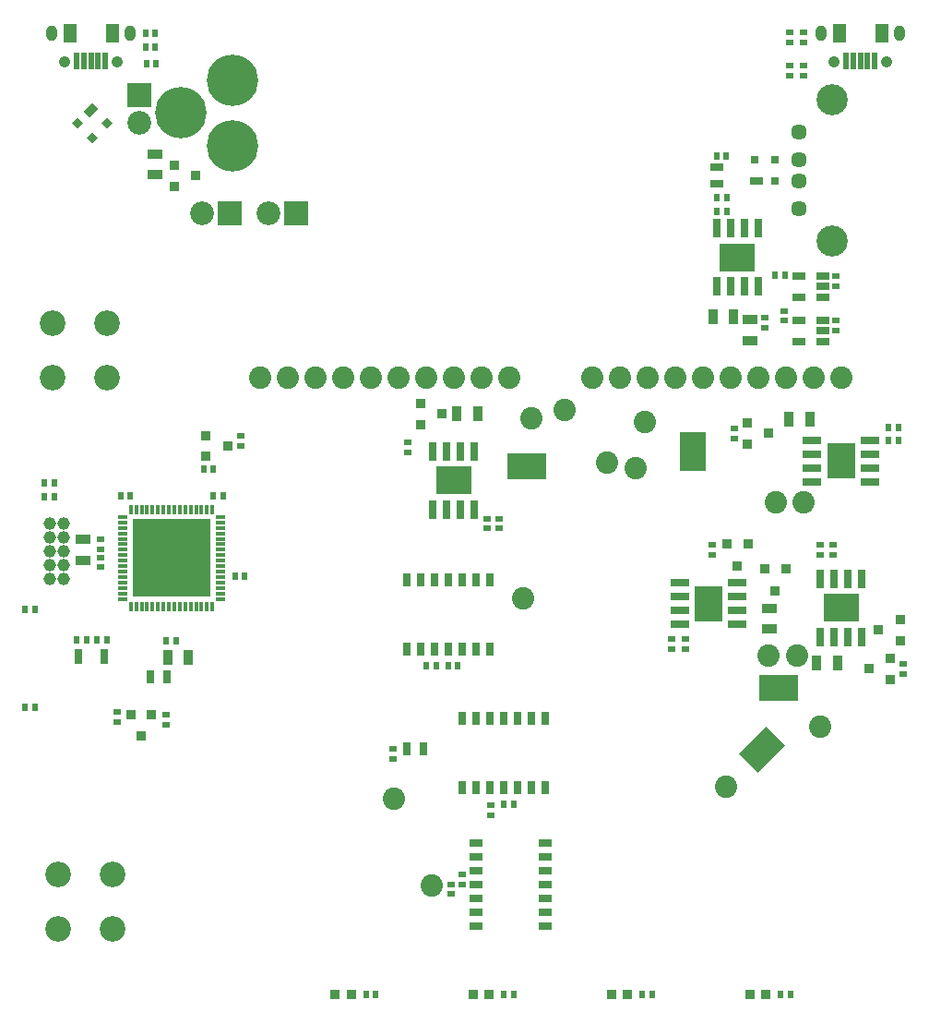
<source format=gbr>
G04 #@! TF.FileFunction,Soldermask,Top*
%FSLAX46Y46*%
G04 Gerber Fmt 4.6, Leading zero omitted, Abs format (unit mm)*
G04 Created by KiCad (PCBNEW 0.201505101954+5649~23~ubuntu14.04.1-product) date Mon 11 May 2015 11:57:15 AM PDT*
%MOMM*%
G01*
G04 APERTURE LIST*
%ADD10C,0.100000*%
%ADD11C,1.452400*%
%ADD12C,2.852400*%
%ADD13O,1.052400X1.452400*%
%ADD14C,1.052400*%
%ADD15R,0.552400X1.502400*%
%ADD16R,1.252400X1.652400*%
%ADD17R,1.152400X0.752400*%
%ADD18R,0.752400X0.752400*%
%ADD19R,1.452400X0.852400*%
%ADD20C,2.352400*%
%ADD21R,0.660400X1.295400*%
%ADD22R,0.952500X0.952500*%
%ADD23R,0.751840X0.551180*%
%ADD24R,0.551180X0.751840*%
%ADD25R,0.852400X1.452400*%
%ADD26R,0.949960X0.949960*%
%ADD27R,2.184400X2.184400*%
%ADD28O,2.184400X2.184400*%
%ADD29C,4.724400*%
%ADD30C,1.168400*%
%ADD31R,0.787400X1.295400*%
%ADD32R,1.295400X0.787400*%
%ADD33R,0.652400X0.852400*%
%ADD34R,0.792400X0.852400*%
%ADD35R,3.532400X2.452400*%
%ADD36R,0.852400X0.652400*%
%ADD37R,0.852400X0.792400*%
%ADD38R,2.452400X3.532400*%
%ADD39R,1.212400X0.802400*%
%ADD40R,1.295400X0.660400*%
%ADD41R,0.802400X1.452400*%
%ADD42C,2.052400*%
%ADD43R,0.432400X0.902400*%
%ADD44R,0.902400X0.432400*%
%ADD45R,7.152400X7.152400*%
%ADD46R,1.752600X0.685800*%
%ADD47R,2.565400X3.251200*%
%ADD48R,0.685800X1.752600*%
%ADD49R,3.251200X2.565400*%
G04 APERTURE END LIST*
D10*
D11*
X125660000Y-71390000D03*
X125660000Y-68890000D03*
X125660000Y-73390000D03*
X125660000Y-75890000D03*
D12*
X128760000Y-65940000D03*
X128760000Y-78890000D03*
D13*
X127693000Y-59817000D03*
X134943000Y-59817000D03*
D14*
X128893000Y-62467000D03*
X133743000Y-62467000D03*
D15*
X132618000Y-62392000D03*
X131968000Y-62392000D03*
X131318000Y-62392000D03*
X130668000Y-62392000D03*
X130018000Y-62392000D03*
D16*
X133268000Y-59817000D03*
X129368000Y-59817000D03*
D17*
X121805000Y-73340000D03*
D18*
X123505000Y-73340000D03*
X123505000Y-71440000D03*
X121605000Y-71440000D03*
D19*
X122999179Y-114466210D03*
X122999179Y-112566210D03*
D20*
X57190000Y-91400000D03*
X62190000Y-91400000D03*
X57190000Y-86400000D03*
X62190000Y-86400000D03*
D21*
X97282000Y-109982000D03*
X96012000Y-109982000D03*
X94742000Y-109982000D03*
X93472000Y-109982000D03*
X92202000Y-109982000D03*
X90932000Y-109982000D03*
X89662000Y-109982000D03*
X89662000Y-116332000D03*
X90932000Y-116332000D03*
X93472000Y-116332000D03*
X94742000Y-116332000D03*
X96012000Y-116332000D03*
X97282000Y-116332000D03*
X92202000Y-116332000D03*
D22*
X120919240Y-95570000D03*
X120919240Y-97470000D03*
X122918220Y-96520000D03*
D19*
X66548000Y-72771001D03*
X66548000Y-70871001D03*
D23*
X67593142Y-123229437D03*
X67593142Y-122330277D03*
X74422000Y-96763840D03*
X74422000Y-97663000D03*
X63148143Y-122975437D03*
X63148143Y-122076277D03*
D24*
X71950580Y-99822000D03*
X71051420Y-99822000D03*
X66616580Y-59816999D03*
X65717420Y-59816999D03*
D23*
X126111000Y-60647580D03*
X126111000Y-59748420D03*
X124841001Y-62796420D03*
X124841001Y-63695580D03*
D24*
X60325056Y-115411161D03*
X59425896Y-115411161D03*
X64330580Y-102235000D03*
X63431420Y-102235000D03*
X72839580Y-102235000D03*
X71940420Y-102235000D03*
X61262316Y-115411161D03*
X62161476Y-115411161D03*
X74813160Y-109601000D03*
X73914000Y-109601000D03*
D23*
X61595000Y-106230420D03*
X61595000Y-107129580D03*
X61595000Y-108780580D03*
X61595000Y-107881420D03*
D19*
X59944000Y-108138000D03*
X59944000Y-106238000D03*
D25*
X67757000Y-117094000D03*
X69657000Y-117094000D03*
D24*
X68521580Y-115570000D03*
X67622420Y-115570000D03*
X54668420Y-121666000D03*
X55567580Y-121666000D03*
D19*
X121158000Y-86106000D03*
X121158000Y-88006000D03*
D23*
X122555000Y-86809580D03*
X122555000Y-85910420D03*
D24*
X56446420Y-101092000D03*
X57345580Y-101092000D03*
X119009160Y-71120000D03*
X118110000Y-71120000D03*
D23*
X115252180Y-116251790D03*
X115252180Y-115352630D03*
D24*
X134815580Y-96012000D03*
X133916420Y-96012000D03*
D23*
X113982179Y-116251790D03*
X113982179Y-115352630D03*
D24*
X134815580Y-97155000D03*
X133916420Y-97155000D03*
D23*
X128778000Y-106738420D03*
X128778000Y-107637580D03*
X98171000Y-105224580D03*
X98171000Y-104325420D03*
X127635000Y-106738420D03*
X127635000Y-107637580D03*
X97028000Y-105224580D03*
X97028000Y-104325420D03*
D24*
X119067580Y-74930000D03*
X118168420Y-74930000D03*
X119067580Y-76200000D03*
X118168420Y-76200000D03*
D23*
X88392000Y-126375160D03*
X88392000Y-125476000D03*
D24*
X91498420Y-117856000D03*
X92397580Y-117856000D03*
X94371160Y-117856000D03*
X93472000Y-117856000D03*
D23*
X97409000Y-131513580D03*
X97409000Y-130614420D03*
D24*
X99509580Y-130556000D03*
X98610420Y-130556000D03*
D23*
X93726000Y-138752580D03*
X93726000Y-137853420D03*
X94742000Y-136964420D03*
X94742000Y-137863580D03*
D10*
G36*
X60833000Y-66196470D02*
X61365027Y-66728497D01*
X60550158Y-67543366D01*
X60018131Y-67011339D01*
X60833000Y-66196470D01*
X60833000Y-66196470D01*
G37*
G36*
X59489497Y-67539973D02*
X60021524Y-68072000D01*
X59489497Y-68604027D01*
X58957470Y-68072000D01*
X59489497Y-67539973D01*
X59489497Y-67539973D01*
G37*
G36*
X60833000Y-68883476D02*
X61365027Y-69415503D01*
X60833000Y-69947530D01*
X60300973Y-69415503D01*
X60833000Y-68883476D01*
X60833000Y-68883476D01*
G37*
G36*
X62176503Y-67539973D02*
X62708530Y-68072000D01*
X62176503Y-68604027D01*
X61644476Y-68072000D01*
X62176503Y-67539973D01*
X62176503Y-67539973D01*
G37*
D26*
X83094354Y-147955000D03*
X84592954Y-147955000D03*
X95770700Y-147955000D03*
X97269300Y-147955000D03*
X108470700Y-147955000D03*
X109969300Y-147955000D03*
X121170700Y-147955000D03*
X122669300Y-147955000D03*
D27*
X79502000Y-76327000D03*
D28*
X76962000Y-76327000D03*
D29*
X73660000Y-70134480D03*
X73660000Y-64135000D03*
X68961000Y-67134740D03*
D27*
X73406000Y-76327000D03*
D28*
X70866000Y-76327000D03*
D13*
X57081000Y-59817000D03*
X64331000Y-59817000D03*
D14*
X58281000Y-62467000D03*
X63131000Y-62467000D03*
D15*
X62006000Y-62392000D03*
X61356000Y-62392000D03*
X60706000Y-62392000D03*
X60056000Y-62392000D03*
X59406000Y-62392000D03*
D16*
X62656000Y-59817000D03*
X58756000Y-59817000D03*
D27*
X65151000Y-65532000D03*
D28*
X65151000Y-68072000D03*
D30*
X58166000Y-109855000D03*
X56896000Y-109855000D03*
X58166000Y-108585000D03*
X56896000Y-108585000D03*
X58166000Y-107315000D03*
X56896000Y-107315000D03*
X58166000Y-106045000D03*
X56896000Y-106045000D03*
X58166000Y-104775000D03*
X56896000Y-104775000D03*
D31*
X66167000Y-118872000D03*
X67691000Y-118872000D03*
D32*
X118110000Y-73660000D03*
X118110000Y-72136000D03*
D31*
X91186000Y-125476000D03*
X89662000Y-125476000D03*
D22*
X68341240Y-71948000D03*
X68341240Y-73848000D03*
X70340220Y-72898000D03*
X124457180Y-108959451D03*
X122557180Y-108959451D03*
X123507180Y-110958431D03*
X134096760Y-119060000D03*
X134096760Y-117160000D03*
X132097780Y-118110000D03*
X90947240Y-93792000D03*
X90947240Y-95692000D03*
X92946220Y-94742000D03*
D24*
X66616580Y-61087000D03*
X65717420Y-61087000D03*
X66685160Y-62611000D03*
X65786000Y-62611000D03*
D23*
X126111001Y-62796420D03*
X126111001Y-63695580D03*
D24*
X85934074Y-147955000D03*
X86833234Y-147955000D03*
X98610420Y-147955000D03*
X99509580Y-147955000D03*
X111310420Y-147955000D03*
X112209580Y-147955000D03*
X124010420Y-147955000D03*
X124909580Y-147955000D03*
X54668420Y-112649000D03*
X55567580Y-112649000D03*
X124401580Y-82042000D03*
X123502420Y-82042000D03*
D23*
X124333000Y-86174580D03*
X124333000Y-85275420D03*
X129032000Y-82100420D03*
X129032000Y-82999580D03*
X129032000Y-86164420D03*
X129032000Y-87063580D03*
D24*
X56446420Y-102362000D03*
X57345580Y-102362000D03*
D23*
X117729000Y-106738420D03*
X117729000Y-107637580D03*
X119761000Y-96969580D03*
X119761000Y-96070420D03*
X135255001Y-117660420D03*
X135255001Y-118559580D03*
X89789000Y-98239580D03*
X89789000Y-97340420D03*
D33*
X101111000Y-98868000D03*
X100311000Y-98868000D03*
D34*
X99441000Y-98868000D03*
X99441000Y-100268000D03*
D33*
X100311000Y-100268000D03*
X101111000Y-100268000D03*
D34*
X101981000Y-100268000D03*
X101981000Y-98868000D03*
D35*
X100711000Y-99568000D03*
D36*
X116651000Y-98571000D03*
X116651000Y-97771000D03*
D37*
X116651000Y-96901000D03*
X115251000Y-96901000D03*
D36*
X115251000Y-97771000D03*
X115251000Y-98571000D03*
D37*
X115251000Y-99441000D03*
X116651000Y-99441000D03*
D38*
X115951000Y-98171000D03*
D33*
X124225000Y-119188000D03*
X123425000Y-119188000D03*
D34*
X122555000Y-119188000D03*
X122555000Y-120588000D03*
D33*
X123425000Y-120588000D03*
X124225000Y-120588000D03*
D34*
X125095000Y-120588000D03*
X125095000Y-119188000D03*
D35*
X123825000Y-119888000D03*
D10*
G36*
X122568026Y-126827712D02*
X121965288Y-126224974D01*
X122426604Y-125763658D01*
X123029342Y-126366396D01*
X122568026Y-126827712D01*
X122568026Y-126827712D01*
G37*
G36*
X123133711Y-126262027D02*
X122530973Y-125659289D01*
X122992289Y-125197973D01*
X123595027Y-125800711D01*
X123133711Y-126262027D01*
X123133711Y-126262027D01*
G37*
G36*
X123699396Y-125696342D02*
X123096658Y-125093604D01*
X123656970Y-124533292D01*
X124259708Y-125136030D01*
X123699396Y-125696342D01*
X123699396Y-125696342D01*
G37*
G36*
X122709447Y-124706393D02*
X122106709Y-124103655D01*
X122667021Y-123543343D01*
X123269759Y-124146081D01*
X122709447Y-124706393D01*
X122709447Y-124706393D01*
G37*
G36*
X122143762Y-125272078D02*
X121541024Y-124669340D01*
X122002340Y-124208024D01*
X122605078Y-124810762D01*
X122143762Y-125272078D01*
X122143762Y-125272078D01*
G37*
G36*
X121578077Y-125837763D02*
X120975339Y-125235025D01*
X121436655Y-124773709D01*
X122039393Y-125376447D01*
X121578077Y-125837763D01*
X121578077Y-125837763D01*
G37*
G36*
X120913396Y-126502444D02*
X120310658Y-125899706D01*
X120870970Y-125339394D01*
X121473708Y-125942132D01*
X120913396Y-126502444D01*
X120913396Y-126502444D01*
G37*
G36*
X121903345Y-127492393D02*
X121300607Y-126889655D01*
X121860919Y-126329343D01*
X122463657Y-126932081D01*
X121903345Y-127492393D01*
X121903345Y-127492393D01*
G37*
G36*
X121903345Y-127633814D02*
X120169237Y-125899706D01*
X122667021Y-123401922D01*
X124401129Y-125136030D01*
X121903345Y-127633814D01*
X121903345Y-127633814D01*
G37*
D20*
X57698000Y-141946000D03*
X62698000Y-141946000D03*
X57698000Y-136946000D03*
X62698000Y-136946000D03*
D22*
X66257143Y-122287097D03*
X64357143Y-122287097D03*
X65307143Y-124286077D03*
X71262240Y-96713000D03*
X71262240Y-98613000D03*
X73261220Y-97663000D03*
D39*
X127846000Y-84008000D03*
X127846000Y-83058000D03*
X127846000Y-82108000D03*
X125646000Y-82108000D03*
X125646000Y-84008000D03*
X127846000Y-88072001D03*
X127846000Y-87122001D03*
X127846000Y-86172001D03*
X125646000Y-86172001D03*
X125646000Y-88072001D03*
D21*
X102362000Y-122682000D03*
X101092000Y-122682000D03*
X99822000Y-122682000D03*
X98552000Y-122682000D03*
X97282000Y-122682000D03*
X96012000Y-122682000D03*
X94742000Y-122682000D03*
X94742000Y-129032000D03*
X96012000Y-129032000D03*
X98552000Y-129032000D03*
X99822000Y-129032000D03*
X101092000Y-129032000D03*
X102362000Y-129032000D03*
X97282000Y-129032000D03*
D40*
X102362000Y-141732000D03*
X102362000Y-140462000D03*
X102362000Y-139192000D03*
X102362000Y-137922000D03*
X102362000Y-136652000D03*
X102362000Y-135382000D03*
X102362000Y-134112000D03*
X96012000Y-134112000D03*
X96012000Y-135382000D03*
X96012000Y-137922000D03*
X96012000Y-139192000D03*
X96012000Y-140462000D03*
X96012000Y-141732000D03*
X96012000Y-136652000D03*
D41*
X59589476Y-116935161D03*
X61939476Y-116935161D03*
D42*
X76200000Y-91440000D03*
X83820000Y-91440000D03*
X88900000Y-91440000D03*
X111506000Y-95504000D03*
X86360000Y-91440000D03*
X91440000Y-91440000D03*
X93980000Y-91440000D03*
X81280000Y-91440000D03*
X78740000Y-91440000D03*
X121920000Y-91440000D03*
X124460000Y-91440000D03*
X111760000Y-91440000D03*
X109220000Y-91440000D03*
X114300000Y-91440000D03*
X116840000Y-91440000D03*
X119380000Y-91440000D03*
X101092000Y-95123000D03*
X104140000Y-94361000D03*
X106680000Y-91440000D03*
X110731300Y-99695000D03*
X126111000Y-102870000D03*
X122872500Y-116903500D03*
X127000000Y-91440000D03*
X125476000Y-116903500D03*
X96520000Y-91440000D03*
X100406200Y-111607600D03*
X91948000Y-137985500D03*
X108077000Y-99187000D03*
X127635000Y-123444000D03*
X123571000Y-102870000D03*
X118999000Y-128905000D03*
X88519000Y-130048000D03*
X99060000Y-91440000D03*
X129540000Y-91440000D03*
D25*
X126680000Y-95250000D03*
X124780000Y-95250000D03*
X127320000Y-117602000D03*
X129220000Y-117602000D03*
X96200000Y-94742000D03*
X94300000Y-94742000D03*
X117795000Y-85852000D03*
X119695000Y-85852000D03*
D23*
X124841000Y-60647580D03*
X124841000Y-59748420D03*
D22*
X120985695Y-106678284D03*
X119085695Y-106678284D03*
X120035695Y-108677264D03*
X134985760Y-115503999D03*
X134985760Y-113603999D03*
X132986780Y-114553999D03*
D43*
X64359753Y-112378253D03*
X64859753Y-112378253D03*
X65359753Y-112378253D03*
X65859753Y-112378253D03*
X66359753Y-112378253D03*
X66859753Y-112378253D03*
X67359753Y-112378253D03*
X67859753Y-112378253D03*
X68359753Y-112378253D03*
X68859753Y-112378253D03*
X69359753Y-112378253D03*
X69859753Y-112378253D03*
X70359753Y-112378253D03*
X70859753Y-112378253D03*
X71359753Y-112378253D03*
X71859753Y-112378253D03*
D44*
X72559753Y-111678253D03*
X72559753Y-111178253D03*
X72559753Y-110678253D03*
X72559753Y-110178253D03*
X72559753Y-109678253D03*
X72559753Y-109178253D03*
X72559753Y-108678253D03*
X72559753Y-108178253D03*
X72559753Y-107678253D03*
X72559753Y-107178253D03*
X72559753Y-106678253D03*
X72559753Y-106178253D03*
X72559753Y-105678253D03*
X72559753Y-105178253D03*
X72559753Y-104678253D03*
X72559753Y-104178253D03*
D43*
X71859753Y-103478253D03*
X71359753Y-103478253D03*
X70859753Y-103478253D03*
X70359753Y-103478253D03*
X69859753Y-103478253D03*
X69359753Y-103478253D03*
X68859753Y-103478253D03*
X68359753Y-103478253D03*
X67859753Y-103478253D03*
X67359753Y-103478253D03*
X66859753Y-103478253D03*
X66359753Y-103478253D03*
X65859753Y-103478253D03*
X65359753Y-103478253D03*
X64859753Y-103478253D03*
X64359753Y-103478253D03*
D44*
X63659753Y-104178253D03*
X63659753Y-104678253D03*
X63659753Y-105178253D03*
X63659753Y-105678253D03*
X63659753Y-106178253D03*
X63659753Y-106678253D03*
X63659753Y-107178253D03*
X63659753Y-107678253D03*
X63659753Y-108178253D03*
X63659753Y-108678253D03*
X63659753Y-109178253D03*
X63659753Y-109678253D03*
X63659753Y-110178253D03*
X63659753Y-110678253D03*
X63659753Y-111178253D03*
X63659753Y-111678253D03*
D45*
X68109753Y-107928253D03*
D46*
X114731480Y-114024210D03*
X114731480Y-112754210D03*
X114731480Y-111484210D03*
X114731480Y-110214210D03*
X120040080Y-110214210D03*
X120040080Y-111484210D03*
X120040080Y-112754210D03*
X120040080Y-114024210D03*
D47*
X117385780Y-112119210D03*
D46*
X132194300Y-97155000D03*
X132194300Y-98425000D03*
X132194300Y-99695000D03*
X132194300Y-100965000D03*
X126885700Y-100965000D03*
X126885700Y-99695000D03*
X126885700Y-98425000D03*
X126885700Y-97155000D03*
D47*
X129540000Y-99060000D03*
D48*
X127635000Y-109867700D03*
X128905000Y-109867700D03*
X130175000Y-109867700D03*
X131445000Y-109867700D03*
X131445000Y-115176300D03*
X130175000Y-115176300D03*
X128905000Y-115176300D03*
X127635000Y-115176300D03*
D49*
X129540000Y-112522000D03*
D48*
X95885000Y-103492300D03*
X94615000Y-103492300D03*
X93345000Y-103492300D03*
X92075000Y-103492300D03*
X92075000Y-98183700D03*
X93345000Y-98183700D03*
X94615000Y-98183700D03*
X95885000Y-98183700D03*
D49*
X93980000Y-100838000D03*
D48*
X118110000Y-77711300D03*
X119380000Y-77711300D03*
X120650000Y-77711300D03*
X121920000Y-77711300D03*
X121920000Y-83019900D03*
X120650000Y-83019900D03*
X119380000Y-83019900D03*
X118110000Y-83019900D03*
D49*
X120015000Y-80365600D03*
M02*

</source>
